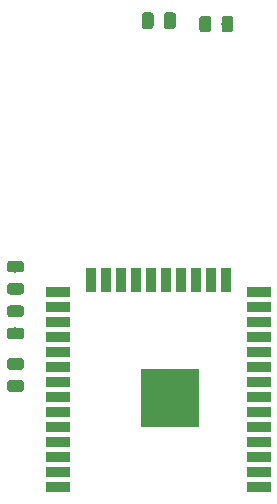
<source format=gbr>
G04 #@! TF.GenerationSoftware,KiCad,Pcbnew,(5.1.2)-2*
G04 #@! TF.CreationDate,2019-12-09T19:40:43+00:00*
G04 #@! TF.ProjectId,main_pcb,6d61696e-5f70-4636-922e-6b696361645f,rev?*
G04 #@! TF.SameCoordinates,Original*
G04 #@! TF.FileFunction,Paste,Top*
G04 #@! TF.FilePolarity,Positive*
%FSLAX46Y46*%
G04 Gerber Fmt 4.6, Leading zero omitted, Abs format (unit mm)*
G04 Created by KiCad (PCBNEW (5.1.2)-2) date 2019-12-09 19:40:43*
%MOMM*%
%LPD*%
G04 APERTURE LIST*
%ADD10C,0.100000*%
%ADD11C,0.975000*%
%ADD12R,2.000000X0.900000*%
%ADD13R,0.900000X2.000000*%
%ADD14R,5.000000X5.000000*%
G04 APERTURE END LIST*
D10*
G36*
X139305142Y-78301174D02*
G01*
X139328803Y-78304684D01*
X139352007Y-78310496D01*
X139374529Y-78318554D01*
X139396153Y-78328782D01*
X139416670Y-78341079D01*
X139435883Y-78355329D01*
X139453607Y-78371393D01*
X139469671Y-78389117D01*
X139483921Y-78408330D01*
X139496218Y-78428847D01*
X139506446Y-78450471D01*
X139514504Y-78472993D01*
X139520316Y-78496197D01*
X139523826Y-78519858D01*
X139525000Y-78543750D01*
X139525000Y-79456250D01*
X139523826Y-79480142D01*
X139520316Y-79503803D01*
X139514504Y-79527007D01*
X139506446Y-79549529D01*
X139496218Y-79571153D01*
X139483921Y-79591670D01*
X139469671Y-79610883D01*
X139453607Y-79628607D01*
X139435883Y-79644671D01*
X139416670Y-79658921D01*
X139396153Y-79671218D01*
X139374529Y-79681446D01*
X139352007Y-79689504D01*
X139328803Y-79695316D01*
X139305142Y-79698826D01*
X139281250Y-79700000D01*
X138793750Y-79700000D01*
X138769858Y-79698826D01*
X138746197Y-79695316D01*
X138722993Y-79689504D01*
X138700471Y-79681446D01*
X138678847Y-79671218D01*
X138658330Y-79658921D01*
X138639117Y-79644671D01*
X138621393Y-79628607D01*
X138605329Y-79610883D01*
X138591079Y-79591670D01*
X138578782Y-79571153D01*
X138568554Y-79549529D01*
X138560496Y-79527007D01*
X138554684Y-79503803D01*
X138551174Y-79480142D01*
X138550000Y-79456250D01*
X138550000Y-78543750D01*
X138551174Y-78519858D01*
X138554684Y-78496197D01*
X138560496Y-78472993D01*
X138568554Y-78450471D01*
X138578782Y-78428847D01*
X138591079Y-78408330D01*
X138605329Y-78389117D01*
X138621393Y-78371393D01*
X138639117Y-78355329D01*
X138658330Y-78341079D01*
X138678847Y-78328782D01*
X138700471Y-78318554D01*
X138722993Y-78310496D01*
X138746197Y-78304684D01*
X138769858Y-78301174D01*
X138793750Y-78300000D01*
X139281250Y-78300000D01*
X139305142Y-78301174D01*
X139305142Y-78301174D01*
G37*
D11*
X139037500Y-79000000D03*
D10*
G36*
X137430142Y-78301174D02*
G01*
X137453803Y-78304684D01*
X137477007Y-78310496D01*
X137499529Y-78318554D01*
X137521153Y-78328782D01*
X137541670Y-78341079D01*
X137560883Y-78355329D01*
X137578607Y-78371393D01*
X137594671Y-78389117D01*
X137608921Y-78408330D01*
X137621218Y-78428847D01*
X137631446Y-78450471D01*
X137639504Y-78472993D01*
X137645316Y-78496197D01*
X137648826Y-78519858D01*
X137650000Y-78543750D01*
X137650000Y-79456250D01*
X137648826Y-79480142D01*
X137645316Y-79503803D01*
X137639504Y-79527007D01*
X137631446Y-79549529D01*
X137621218Y-79571153D01*
X137608921Y-79591670D01*
X137594671Y-79610883D01*
X137578607Y-79628607D01*
X137560883Y-79644671D01*
X137541670Y-79658921D01*
X137521153Y-79671218D01*
X137499529Y-79681446D01*
X137477007Y-79689504D01*
X137453803Y-79695316D01*
X137430142Y-79698826D01*
X137406250Y-79700000D01*
X136918750Y-79700000D01*
X136894858Y-79698826D01*
X136871197Y-79695316D01*
X136847993Y-79689504D01*
X136825471Y-79681446D01*
X136803847Y-79671218D01*
X136783330Y-79658921D01*
X136764117Y-79644671D01*
X136746393Y-79628607D01*
X136730329Y-79610883D01*
X136716079Y-79591670D01*
X136703782Y-79571153D01*
X136693554Y-79549529D01*
X136685496Y-79527007D01*
X136679684Y-79503803D01*
X136676174Y-79480142D01*
X136675000Y-79456250D01*
X136675000Y-78543750D01*
X136676174Y-78519858D01*
X136679684Y-78496197D01*
X136685496Y-78472993D01*
X136693554Y-78450471D01*
X136703782Y-78428847D01*
X136716079Y-78408330D01*
X136730329Y-78389117D01*
X136746393Y-78371393D01*
X136764117Y-78355329D01*
X136783330Y-78341079D01*
X136803847Y-78328782D01*
X136825471Y-78318554D01*
X136847993Y-78310496D01*
X136871197Y-78304684D01*
X136894858Y-78301174D01*
X136918750Y-78300000D01*
X137406250Y-78300000D01*
X137430142Y-78301174D01*
X137430142Y-78301174D01*
G37*
D11*
X137162500Y-79000000D03*
D10*
G36*
X121580142Y-104688674D02*
G01*
X121603803Y-104692184D01*
X121627007Y-104697996D01*
X121649529Y-104706054D01*
X121671153Y-104716282D01*
X121691670Y-104728579D01*
X121710883Y-104742829D01*
X121728607Y-104758893D01*
X121744671Y-104776617D01*
X121758921Y-104795830D01*
X121771218Y-104816347D01*
X121781446Y-104837971D01*
X121789504Y-104860493D01*
X121795316Y-104883697D01*
X121798826Y-104907358D01*
X121800000Y-104931250D01*
X121800000Y-105418750D01*
X121798826Y-105442642D01*
X121795316Y-105466303D01*
X121789504Y-105489507D01*
X121781446Y-105512029D01*
X121771218Y-105533653D01*
X121758921Y-105554170D01*
X121744671Y-105573383D01*
X121728607Y-105591107D01*
X121710883Y-105607171D01*
X121691670Y-105621421D01*
X121671153Y-105633718D01*
X121649529Y-105643946D01*
X121627007Y-105652004D01*
X121603803Y-105657816D01*
X121580142Y-105661326D01*
X121556250Y-105662500D01*
X120643750Y-105662500D01*
X120619858Y-105661326D01*
X120596197Y-105657816D01*
X120572993Y-105652004D01*
X120550471Y-105643946D01*
X120528847Y-105633718D01*
X120508330Y-105621421D01*
X120489117Y-105607171D01*
X120471393Y-105591107D01*
X120455329Y-105573383D01*
X120441079Y-105554170D01*
X120428782Y-105533653D01*
X120418554Y-105512029D01*
X120410496Y-105489507D01*
X120404684Y-105466303D01*
X120401174Y-105442642D01*
X120400000Y-105418750D01*
X120400000Y-104931250D01*
X120401174Y-104907358D01*
X120404684Y-104883697D01*
X120410496Y-104860493D01*
X120418554Y-104837971D01*
X120428782Y-104816347D01*
X120441079Y-104795830D01*
X120455329Y-104776617D01*
X120471393Y-104758893D01*
X120489117Y-104742829D01*
X120508330Y-104728579D01*
X120528847Y-104716282D01*
X120550471Y-104706054D01*
X120572993Y-104697996D01*
X120596197Y-104692184D01*
X120619858Y-104688674D01*
X120643750Y-104687500D01*
X121556250Y-104687500D01*
X121580142Y-104688674D01*
X121580142Y-104688674D01*
G37*
D11*
X121100000Y-105175000D03*
D10*
G36*
X121580142Y-102813674D02*
G01*
X121603803Y-102817184D01*
X121627007Y-102822996D01*
X121649529Y-102831054D01*
X121671153Y-102841282D01*
X121691670Y-102853579D01*
X121710883Y-102867829D01*
X121728607Y-102883893D01*
X121744671Y-102901617D01*
X121758921Y-102920830D01*
X121771218Y-102941347D01*
X121781446Y-102962971D01*
X121789504Y-102985493D01*
X121795316Y-103008697D01*
X121798826Y-103032358D01*
X121800000Y-103056250D01*
X121800000Y-103543750D01*
X121798826Y-103567642D01*
X121795316Y-103591303D01*
X121789504Y-103614507D01*
X121781446Y-103637029D01*
X121771218Y-103658653D01*
X121758921Y-103679170D01*
X121744671Y-103698383D01*
X121728607Y-103716107D01*
X121710883Y-103732171D01*
X121691670Y-103746421D01*
X121671153Y-103758718D01*
X121649529Y-103768946D01*
X121627007Y-103777004D01*
X121603803Y-103782816D01*
X121580142Y-103786326D01*
X121556250Y-103787500D01*
X120643750Y-103787500D01*
X120619858Y-103786326D01*
X120596197Y-103782816D01*
X120572993Y-103777004D01*
X120550471Y-103768946D01*
X120528847Y-103758718D01*
X120508330Y-103746421D01*
X120489117Y-103732171D01*
X120471393Y-103716107D01*
X120455329Y-103698383D01*
X120441079Y-103679170D01*
X120428782Y-103658653D01*
X120418554Y-103637029D01*
X120410496Y-103614507D01*
X120404684Y-103591303D01*
X120401174Y-103567642D01*
X120400000Y-103543750D01*
X120400000Y-103056250D01*
X120401174Y-103032358D01*
X120404684Y-103008697D01*
X120410496Y-102985493D01*
X120418554Y-102962971D01*
X120428782Y-102941347D01*
X120441079Y-102920830D01*
X120455329Y-102901617D01*
X120471393Y-102883893D01*
X120489117Y-102867829D01*
X120508330Y-102853579D01*
X120528847Y-102841282D01*
X120550471Y-102831054D01*
X120572993Y-102822996D01*
X120596197Y-102817184D01*
X120619858Y-102813674D01*
X120643750Y-102812500D01*
X121556250Y-102812500D01*
X121580142Y-102813674D01*
X121580142Y-102813674D01*
G37*
D11*
X121100000Y-103300000D03*
D10*
G36*
X121580142Y-100913674D02*
G01*
X121603803Y-100917184D01*
X121627007Y-100922996D01*
X121649529Y-100931054D01*
X121671153Y-100941282D01*
X121691670Y-100953579D01*
X121710883Y-100967829D01*
X121728607Y-100983893D01*
X121744671Y-101001617D01*
X121758921Y-101020830D01*
X121771218Y-101041347D01*
X121781446Y-101062971D01*
X121789504Y-101085493D01*
X121795316Y-101108697D01*
X121798826Y-101132358D01*
X121800000Y-101156250D01*
X121800000Y-101643750D01*
X121798826Y-101667642D01*
X121795316Y-101691303D01*
X121789504Y-101714507D01*
X121781446Y-101737029D01*
X121771218Y-101758653D01*
X121758921Y-101779170D01*
X121744671Y-101798383D01*
X121728607Y-101816107D01*
X121710883Y-101832171D01*
X121691670Y-101846421D01*
X121671153Y-101858718D01*
X121649529Y-101868946D01*
X121627007Y-101877004D01*
X121603803Y-101882816D01*
X121580142Y-101886326D01*
X121556250Y-101887500D01*
X120643750Y-101887500D01*
X120619858Y-101886326D01*
X120596197Y-101882816D01*
X120572993Y-101877004D01*
X120550471Y-101868946D01*
X120528847Y-101858718D01*
X120508330Y-101846421D01*
X120489117Y-101832171D01*
X120471393Y-101816107D01*
X120455329Y-101798383D01*
X120441079Y-101779170D01*
X120428782Y-101758653D01*
X120418554Y-101737029D01*
X120410496Y-101714507D01*
X120404684Y-101691303D01*
X120401174Y-101667642D01*
X120400000Y-101643750D01*
X120400000Y-101156250D01*
X120401174Y-101132358D01*
X120404684Y-101108697D01*
X120410496Y-101085493D01*
X120418554Y-101062971D01*
X120428782Y-101041347D01*
X120441079Y-101020830D01*
X120455329Y-101001617D01*
X120471393Y-100983893D01*
X120489117Y-100967829D01*
X120508330Y-100953579D01*
X120528847Y-100941282D01*
X120550471Y-100931054D01*
X120572993Y-100922996D01*
X120596197Y-100917184D01*
X120619858Y-100913674D01*
X120643750Y-100912500D01*
X121556250Y-100912500D01*
X121580142Y-100913674D01*
X121580142Y-100913674D01*
G37*
D11*
X121100000Y-101400000D03*
D10*
G36*
X121580142Y-99038674D02*
G01*
X121603803Y-99042184D01*
X121627007Y-99047996D01*
X121649529Y-99056054D01*
X121671153Y-99066282D01*
X121691670Y-99078579D01*
X121710883Y-99092829D01*
X121728607Y-99108893D01*
X121744671Y-99126617D01*
X121758921Y-99145830D01*
X121771218Y-99166347D01*
X121781446Y-99187971D01*
X121789504Y-99210493D01*
X121795316Y-99233697D01*
X121798826Y-99257358D01*
X121800000Y-99281250D01*
X121800000Y-99768750D01*
X121798826Y-99792642D01*
X121795316Y-99816303D01*
X121789504Y-99839507D01*
X121781446Y-99862029D01*
X121771218Y-99883653D01*
X121758921Y-99904170D01*
X121744671Y-99923383D01*
X121728607Y-99941107D01*
X121710883Y-99957171D01*
X121691670Y-99971421D01*
X121671153Y-99983718D01*
X121649529Y-99993946D01*
X121627007Y-100002004D01*
X121603803Y-100007816D01*
X121580142Y-100011326D01*
X121556250Y-100012500D01*
X120643750Y-100012500D01*
X120619858Y-100011326D01*
X120596197Y-100007816D01*
X120572993Y-100002004D01*
X120550471Y-99993946D01*
X120528847Y-99983718D01*
X120508330Y-99971421D01*
X120489117Y-99957171D01*
X120471393Y-99941107D01*
X120455329Y-99923383D01*
X120441079Y-99904170D01*
X120428782Y-99883653D01*
X120418554Y-99862029D01*
X120410496Y-99839507D01*
X120404684Y-99816303D01*
X120401174Y-99792642D01*
X120400000Y-99768750D01*
X120400000Y-99281250D01*
X120401174Y-99257358D01*
X120404684Y-99233697D01*
X120410496Y-99210493D01*
X120418554Y-99187971D01*
X120428782Y-99166347D01*
X120441079Y-99145830D01*
X120455329Y-99126617D01*
X120471393Y-99108893D01*
X120489117Y-99092829D01*
X120508330Y-99078579D01*
X120528847Y-99066282D01*
X120550471Y-99056054D01*
X120572993Y-99047996D01*
X120596197Y-99042184D01*
X120619858Y-99038674D01*
X120643750Y-99037500D01*
X121556250Y-99037500D01*
X121580142Y-99038674D01*
X121580142Y-99038674D01*
G37*
D11*
X121100000Y-99525000D03*
D12*
X124700000Y-118155000D03*
X124700000Y-116885000D03*
X124700000Y-115615000D03*
X124700000Y-114345000D03*
X124700000Y-113075000D03*
X124700000Y-111805000D03*
X124700000Y-110535000D03*
X124700000Y-109265000D03*
X124700000Y-107995000D03*
X124700000Y-106725000D03*
X124700000Y-105455000D03*
X124700000Y-104185000D03*
X124700000Y-102915000D03*
X124700000Y-101645000D03*
D13*
X127485000Y-100645000D03*
X128755000Y-100645000D03*
X130025000Y-100645000D03*
X131295000Y-100645000D03*
X132565000Y-100645000D03*
X133835000Y-100645000D03*
X135105000Y-100645000D03*
X136375000Y-100645000D03*
X137645000Y-100645000D03*
X138915000Y-100645000D03*
D12*
X141700000Y-101645000D03*
X141700000Y-102915000D03*
X141700000Y-104185000D03*
X141700000Y-105455000D03*
X141700000Y-106725000D03*
X141700000Y-107995000D03*
X141700000Y-109265000D03*
X141700000Y-110535000D03*
X141700000Y-111805000D03*
X141700000Y-113075000D03*
X141700000Y-114345000D03*
X141700000Y-115615000D03*
X141700000Y-116885000D03*
X141700000Y-118155000D03*
D14*
X134200000Y-110655000D03*
D10*
G36*
X134442642Y-78001174D02*
G01*
X134466303Y-78004684D01*
X134489507Y-78010496D01*
X134512029Y-78018554D01*
X134533653Y-78028782D01*
X134554170Y-78041079D01*
X134573383Y-78055329D01*
X134591107Y-78071393D01*
X134607171Y-78089117D01*
X134621421Y-78108330D01*
X134633718Y-78128847D01*
X134643946Y-78150471D01*
X134652004Y-78172993D01*
X134657816Y-78196197D01*
X134661326Y-78219858D01*
X134662500Y-78243750D01*
X134662500Y-79156250D01*
X134661326Y-79180142D01*
X134657816Y-79203803D01*
X134652004Y-79227007D01*
X134643946Y-79249529D01*
X134633718Y-79271153D01*
X134621421Y-79291670D01*
X134607171Y-79310883D01*
X134591107Y-79328607D01*
X134573383Y-79344671D01*
X134554170Y-79358921D01*
X134533653Y-79371218D01*
X134512029Y-79381446D01*
X134489507Y-79389504D01*
X134466303Y-79395316D01*
X134442642Y-79398826D01*
X134418750Y-79400000D01*
X133931250Y-79400000D01*
X133907358Y-79398826D01*
X133883697Y-79395316D01*
X133860493Y-79389504D01*
X133837971Y-79381446D01*
X133816347Y-79371218D01*
X133795830Y-79358921D01*
X133776617Y-79344671D01*
X133758893Y-79328607D01*
X133742829Y-79310883D01*
X133728579Y-79291670D01*
X133716282Y-79271153D01*
X133706054Y-79249529D01*
X133697996Y-79227007D01*
X133692184Y-79203803D01*
X133688674Y-79180142D01*
X133687500Y-79156250D01*
X133687500Y-78243750D01*
X133688674Y-78219858D01*
X133692184Y-78196197D01*
X133697996Y-78172993D01*
X133706054Y-78150471D01*
X133716282Y-78128847D01*
X133728579Y-78108330D01*
X133742829Y-78089117D01*
X133758893Y-78071393D01*
X133776617Y-78055329D01*
X133795830Y-78041079D01*
X133816347Y-78028782D01*
X133837971Y-78018554D01*
X133860493Y-78010496D01*
X133883697Y-78004684D01*
X133907358Y-78001174D01*
X133931250Y-78000000D01*
X134418750Y-78000000D01*
X134442642Y-78001174D01*
X134442642Y-78001174D01*
G37*
D11*
X134175000Y-78700000D03*
D10*
G36*
X132567642Y-78001174D02*
G01*
X132591303Y-78004684D01*
X132614507Y-78010496D01*
X132637029Y-78018554D01*
X132658653Y-78028782D01*
X132679170Y-78041079D01*
X132698383Y-78055329D01*
X132716107Y-78071393D01*
X132732171Y-78089117D01*
X132746421Y-78108330D01*
X132758718Y-78128847D01*
X132768946Y-78150471D01*
X132777004Y-78172993D01*
X132782816Y-78196197D01*
X132786326Y-78219858D01*
X132787500Y-78243750D01*
X132787500Y-79156250D01*
X132786326Y-79180142D01*
X132782816Y-79203803D01*
X132777004Y-79227007D01*
X132768946Y-79249529D01*
X132758718Y-79271153D01*
X132746421Y-79291670D01*
X132732171Y-79310883D01*
X132716107Y-79328607D01*
X132698383Y-79344671D01*
X132679170Y-79358921D01*
X132658653Y-79371218D01*
X132637029Y-79381446D01*
X132614507Y-79389504D01*
X132591303Y-79395316D01*
X132567642Y-79398826D01*
X132543750Y-79400000D01*
X132056250Y-79400000D01*
X132032358Y-79398826D01*
X132008697Y-79395316D01*
X131985493Y-79389504D01*
X131962971Y-79381446D01*
X131941347Y-79371218D01*
X131920830Y-79358921D01*
X131901617Y-79344671D01*
X131883893Y-79328607D01*
X131867829Y-79310883D01*
X131853579Y-79291670D01*
X131841282Y-79271153D01*
X131831054Y-79249529D01*
X131822996Y-79227007D01*
X131817184Y-79203803D01*
X131813674Y-79180142D01*
X131812500Y-79156250D01*
X131812500Y-78243750D01*
X131813674Y-78219858D01*
X131817184Y-78196197D01*
X131822996Y-78172993D01*
X131831054Y-78150471D01*
X131841282Y-78128847D01*
X131853579Y-78108330D01*
X131867829Y-78089117D01*
X131883893Y-78071393D01*
X131901617Y-78055329D01*
X131920830Y-78041079D01*
X131941347Y-78028782D01*
X131962971Y-78018554D01*
X131985493Y-78010496D01*
X132008697Y-78004684D01*
X132032358Y-78001174D01*
X132056250Y-78000000D01*
X132543750Y-78000000D01*
X132567642Y-78001174D01*
X132567642Y-78001174D01*
G37*
D11*
X132300000Y-78700000D03*
D10*
G36*
X121580142Y-107276174D02*
G01*
X121603803Y-107279684D01*
X121627007Y-107285496D01*
X121649529Y-107293554D01*
X121671153Y-107303782D01*
X121691670Y-107316079D01*
X121710883Y-107330329D01*
X121728607Y-107346393D01*
X121744671Y-107364117D01*
X121758921Y-107383330D01*
X121771218Y-107403847D01*
X121781446Y-107425471D01*
X121789504Y-107447993D01*
X121795316Y-107471197D01*
X121798826Y-107494858D01*
X121800000Y-107518750D01*
X121800000Y-108006250D01*
X121798826Y-108030142D01*
X121795316Y-108053803D01*
X121789504Y-108077007D01*
X121781446Y-108099529D01*
X121771218Y-108121153D01*
X121758921Y-108141670D01*
X121744671Y-108160883D01*
X121728607Y-108178607D01*
X121710883Y-108194671D01*
X121691670Y-108208921D01*
X121671153Y-108221218D01*
X121649529Y-108231446D01*
X121627007Y-108239504D01*
X121603803Y-108245316D01*
X121580142Y-108248826D01*
X121556250Y-108250000D01*
X120643750Y-108250000D01*
X120619858Y-108248826D01*
X120596197Y-108245316D01*
X120572993Y-108239504D01*
X120550471Y-108231446D01*
X120528847Y-108221218D01*
X120508330Y-108208921D01*
X120489117Y-108194671D01*
X120471393Y-108178607D01*
X120455329Y-108160883D01*
X120441079Y-108141670D01*
X120428782Y-108121153D01*
X120418554Y-108099529D01*
X120410496Y-108077007D01*
X120404684Y-108053803D01*
X120401174Y-108030142D01*
X120400000Y-108006250D01*
X120400000Y-107518750D01*
X120401174Y-107494858D01*
X120404684Y-107471197D01*
X120410496Y-107447993D01*
X120418554Y-107425471D01*
X120428782Y-107403847D01*
X120441079Y-107383330D01*
X120455329Y-107364117D01*
X120471393Y-107346393D01*
X120489117Y-107330329D01*
X120508330Y-107316079D01*
X120528847Y-107303782D01*
X120550471Y-107293554D01*
X120572993Y-107285496D01*
X120596197Y-107279684D01*
X120619858Y-107276174D01*
X120643750Y-107275000D01*
X121556250Y-107275000D01*
X121580142Y-107276174D01*
X121580142Y-107276174D01*
G37*
D11*
X121100000Y-107762500D03*
D10*
G36*
X121580142Y-109151174D02*
G01*
X121603803Y-109154684D01*
X121627007Y-109160496D01*
X121649529Y-109168554D01*
X121671153Y-109178782D01*
X121691670Y-109191079D01*
X121710883Y-109205329D01*
X121728607Y-109221393D01*
X121744671Y-109239117D01*
X121758921Y-109258330D01*
X121771218Y-109278847D01*
X121781446Y-109300471D01*
X121789504Y-109322993D01*
X121795316Y-109346197D01*
X121798826Y-109369858D01*
X121800000Y-109393750D01*
X121800000Y-109881250D01*
X121798826Y-109905142D01*
X121795316Y-109928803D01*
X121789504Y-109952007D01*
X121781446Y-109974529D01*
X121771218Y-109996153D01*
X121758921Y-110016670D01*
X121744671Y-110035883D01*
X121728607Y-110053607D01*
X121710883Y-110069671D01*
X121691670Y-110083921D01*
X121671153Y-110096218D01*
X121649529Y-110106446D01*
X121627007Y-110114504D01*
X121603803Y-110120316D01*
X121580142Y-110123826D01*
X121556250Y-110125000D01*
X120643750Y-110125000D01*
X120619858Y-110123826D01*
X120596197Y-110120316D01*
X120572993Y-110114504D01*
X120550471Y-110106446D01*
X120528847Y-110096218D01*
X120508330Y-110083921D01*
X120489117Y-110069671D01*
X120471393Y-110053607D01*
X120455329Y-110035883D01*
X120441079Y-110016670D01*
X120428782Y-109996153D01*
X120418554Y-109974529D01*
X120410496Y-109952007D01*
X120404684Y-109928803D01*
X120401174Y-109905142D01*
X120400000Y-109881250D01*
X120400000Y-109393750D01*
X120401174Y-109369858D01*
X120404684Y-109346197D01*
X120410496Y-109322993D01*
X120418554Y-109300471D01*
X120428782Y-109278847D01*
X120441079Y-109258330D01*
X120455329Y-109239117D01*
X120471393Y-109221393D01*
X120489117Y-109205329D01*
X120508330Y-109191079D01*
X120528847Y-109178782D01*
X120550471Y-109168554D01*
X120572993Y-109160496D01*
X120596197Y-109154684D01*
X120619858Y-109151174D01*
X120643750Y-109150000D01*
X121556250Y-109150000D01*
X121580142Y-109151174D01*
X121580142Y-109151174D01*
G37*
D11*
X121100000Y-109637500D03*
M02*

</source>
